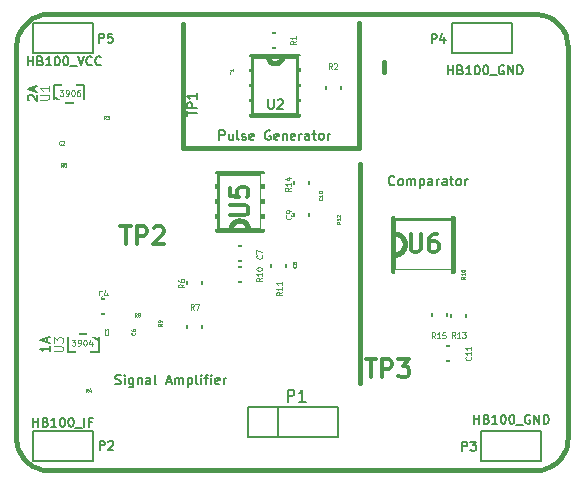
<source format=gto>
G04 (created by PCBNEW-RS274X (2012-apr-16-27)-stable) date Sun 18 May 2014 21:07:07 BST*
G01*
G70*
G90*
%MOIN*%
G04 Gerber Fmt 3.4, Leading zero omitted, Abs format*
%FSLAX34Y34*%
G04 APERTURE LIST*
%ADD10C,0.006000*%
%ADD11C,0.015000*%
%ADD12C,0.006700*%
%ADD13C,0.007100*%
%ADD14C,0.005000*%
%ADD15C,0.003900*%
%ADD16C,0.003000*%
%ADD17C,0.012000*%
%ADD18C,0.004500*%
%ADD19R,0.047600X0.059400*%
%ADD20R,0.035700X0.067200*%
%ADD21R,0.067200X0.043600*%
%ADD22R,0.067200X0.035700*%
%ADD23R,0.080000X0.080000*%
%ADD24C,0.080000*%
%ADD25R,0.045000X0.065000*%
%ADD26R,0.065000X0.045000*%
%ADD27C,0.098700*%
%ADD28R,0.153900X0.153900*%
%ADD29R,0.043600X0.035700*%
%ADD30R,0.031800X0.035700*%
%ADD31R,0.035700X0.031800*%
%ADD32R,0.075000X0.075000*%
%ADD33C,0.075000*%
%ADD34R,0.035700X0.043600*%
G04 APERTURE END LIST*
G54D10*
G54D11*
X82168Y-42655D02*
X81900Y-42655D01*
X83261Y-28521D02*
X83261Y-28569D01*
X81887Y-27447D02*
X82174Y-27447D01*
X83264Y-28544D02*
X83264Y-41565D01*
X81890Y-27448D02*
X65975Y-27448D01*
X81890Y-42655D02*
X65975Y-42655D01*
X64882Y-41562D02*
X64882Y-28551D01*
X65964Y-27447D02*
X65870Y-27452D01*
X65776Y-27464D01*
X65684Y-27484D01*
X65594Y-27513D01*
X65507Y-27549D01*
X65423Y-27593D01*
X65343Y-27643D01*
X65268Y-27701D01*
X65199Y-27765D01*
X65135Y-27834D01*
X65077Y-27909D01*
X65027Y-27989D01*
X64983Y-28073D01*
X64947Y-28160D01*
X64918Y-28250D01*
X64898Y-28342D01*
X64886Y-28436D01*
X64881Y-28530D01*
X83262Y-28531D02*
X83257Y-28437D01*
X83245Y-28343D01*
X83225Y-28251D01*
X83196Y-28161D01*
X83160Y-28074D01*
X83116Y-27990D01*
X83066Y-27910D01*
X83008Y-27835D01*
X82944Y-27766D01*
X82875Y-27702D01*
X82800Y-27644D01*
X82720Y-27594D01*
X82636Y-27550D01*
X82549Y-27514D01*
X82459Y-27485D01*
X82367Y-27465D01*
X82273Y-27453D01*
X82179Y-27448D01*
X82181Y-42655D02*
X82275Y-42650D01*
X82369Y-42638D01*
X82461Y-42618D01*
X82551Y-42589D01*
X82638Y-42553D01*
X82722Y-42509D01*
X82802Y-42459D01*
X82877Y-42401D01*
X82946Y-42337D01*
X83010Y-42268D01*
X83068Y-42193D01*
X83118Y-42113D01*
X83162Y-42029D01*
X83198Y-41942D01*
X83227Y-41852D01*
X83247Y-41760D01*
X83259Y-41666D01*
X83264Y-41572D01*
X64882Y-41572D02*
X64887Y-41666D01*
X64899Y-41760D01*
X64919Y-41852D01*
X64948Y-41942D01*
X64984Y-42029D01*
X65028Y-42113D01*
X65078Y-42193D01*
X65136Y-42268D01*
X65200Y-42337D01*
X65269Y-42401D01*
X65344Y-42459D01*
X65424Y-42509D01*
X65508Y-42553D01*
X65595Y-42589D01*
X65685Y-42618D01*
X65777Y-42638D01*
X65871Y-42650D01*
X65965Y-42655D01*
G54D12*
X68183Y-39777D02*
X68228Y-39792D01*
X68303Y-39792D01*
X68333Y-39777D01*
X68348Y-39762D01*
X68363Y-39732D01*
X68363Y-39702D01*
X68348Y-39672D01*
X68333Y-39657D01*
X68303Y-39642D01*
X68243Y-39627D01*
X68213Y-39612D01*
X68198Y-39597D01*
X68183Y-39567D01*
X68183Y-39537D01*
X68198Y-39507D01*
X68213Y-39492D01*
X68243Y-39477D01*
X68318Y-39477D01*
X68363Y-39492D01*
X68498Y-39792D02*
X68498Y-39582D01*
X68498Y-39477D02*
X68483Y-39492D01*
X68498Y-39507D01*
X68513Y-39492D01*
X68498Y-39477D01*
X68498Y-39507D01*
X68783Y-39582D02*
X68783Y-39837D01*
X68768Y-39867D01*
X68753Y-39882D01*
X68723Y-39897D01*
X68678Y-39897D01*
X68648Y-39882D01*
X68783Y-39777D02*
X68753Y-39792D01*
X68693Y-39792D01*
X68663Y-39777D01*
X68648Y-39762D01*
X68633Y-39732D01*
X68633Y-39642D01*
X68648Y-39612D01*
X68663Y-39597D01*
X68693Y-39582D01*
X68753Y-39582D01*
X68783Y-39597D01*
X68933Y-39582D02*
X68933Y-39792D01*
X68933Y-39612D02*
X68948Y-39597D01*
X68978Y-39582D01*
X69023Y-39582D01*
X69053Y-39597D01*
X69068Y-39627D01*
X69068Y-39792D01*
X69353Y-39792D02*
X69353Y-39627D01*
X69338Y-39597D01*
X69308Y-39582D01*
X69248Y-39582D01*
X69218Y-39597D01*
X69353Y-39777D02*
X69323Y-39792D01*
X69248Y-39792D01*
X69218Y-39777D01*
X69203Y-39747D01*
X69203Y-39717D01*
X69218Y-39687D01*
X69248Y-39672D01*
X69323Y-39672D01*
X69353Y-39657D01*
X69548Y-39792D02*
X69518Y-39777D01*
X69503Y-39747D01*
X69503Y-39477D01*
X69893Y-39702D02*
X70043Y-39702D01*
X69863Y-39792D02*
X69968Y-39477D01*
X70073Y-39792D01*
X70178Y-39792D02*
X70178Y-39582D01*
X70178Y-39612D02*
X70193Y-39597D01*
X70223Y-39582D01*
X70268Y-39582D01*
X70298Y-39597D01*
X70313Y-39627D01*
X70313Y-39792D01*
X70313Y-39627D02*
X70328Y-39597D01*
X70358Y-39582D01*
X70403Y-39582D01*
X70433Y-39597D01*
X70448Y-39627D01*
X70448Y-39792D01*
X70598Y-39582D02*
X70598Y-39897D01*
X70598Y-39597D02*
X70628Y-39582D01*
X70688Y-39582D01*
X70718Y-39597D01*
X70733Y-39612D01*
X70748Y-39642D01*
X70748Y-39732D01*
X70733Y-39762D01*
X70718Y-39777D01*
X70688Y-39792D01*
X70628Y-39792D01*
X70598Y-39777D01*
X70928Y-39792D02*
X70898Y-39777D01*
X70883Y-39747D01*
X70883Y-39477D01*
X71048Y-39792D02*
X71048Y-39582D01*
X71048Y-39477D02*
X71033Y-39492D01*
X71048Y-39507D01*
X71063Y-39492D01*
X71048Y-39477D01*
X71048Y-39507D01*
X71153Y-39582D02*
X71273Y-39582D01*
X71198Y-39792D02*
X71198Y-39522D01*
X71213Y-39492D01*
X71243Y-39477D01*
X71273Y-39477D01*
X71378Y-39792D02*
X71378Y-39582D01*
X71378Y-39477D02*
X71363Y-39492D01*
X71378Y-39507D01*
X71393Y-39492D01*
X71378Y-39477D01*
X71378Y-39507D01*
X71648Y-39777D02*
X71618Y-39792D01*
X71558Y-39792D01*
X71528Y-39777D01*
X71513Y-39747D01*
X71513Y-39627D01*
X71528Y-39597D01*
X71558Y-39582D01*
X71618Y-39582D01*
X71648Y-39597D01*
X71663Y-39627D01*
X71663Y-39657D01*
X71513Y-39687D01*
X71798Y-39792D02*
X71798Y-39582D01*
X71798Y-39642D02*
X71813Y-39612D01*
X71828Y-39597D01*
X71858Y-39582D01*
X71888Y-39582D01*
X71654Y-31643D02*
X71654Y-31328D01*
X71774Y-31328D01*
X71804Y-31343D01*
X71819Y-31358D01*
X71834Y-31388D01*
X71834Y-31433D01*
X71819Y-31463D01*
X71804Y-31478D01*
X71774Y-31493D01*
X71654Y-31493D01*
X72104Y-31433D02*
X72104Y-31643D01*
X71969Y-31433D02*
X71969Y-31598D01*
X71984Y-31628D01*
X72014Y-31643D01*
X72059Y-31643D01*
X72089Y-31628D01*
X72104Y-31613D01*
X72299Y-31643D02*
X72269Y-31628D01*
X72254Y-31598D01*
X72254Y-31328D01*
X72404Y-31628D02*
X72434Y-31643D01*
X72494Y-31643D01*
X72524Y-31628D01*
X72539Y-31598D01*
X72539Y-31583D01*
X72524Y-31553D01*
X72494Y-31538D01*
X72449Y-31538D01*
X72419Y-31523D01*
X72404Y-31493D01*
X72404Y-31478D01*
X72419Y-31448D01*
X72449Y-31433D01*
X72494Y-31433D01*
X72524Y-31448D01*
X72794Y-31628D02*
X72764Y-31643D01*
X72704Y-31643D01*
X72674Y-31628D01*
X72659Y-31598D01*
X72659Y-31478D01*
X72674Y-31448D01*
X72704Y-31433D01*
X72764Y-31433D01*
X72794Y-31448D01*
X72809Y-31478D01*
X72809Y-31508D01*
X72659Y-31538D01*
X73349Y-31343D02*
X73319Y-31328D01*
X73274Y-31328D01*
X73229Y-31343D01*
X73199Y-31373D01*
X73184Y-31403D01*
X73169Y-31463D01*
X73169Y-31508D01*
X73184Y-31568D01*
X73199Y-31598D01*
X73229Y-31628D01*
X73274Y-31643D01*
X73304Y-31643D01*
X73349Y-31628D01*
X73364Y-31613D01*
X73364Y-31508D01*
X73304Y-31508D01*
X73619Y-31628D02*
X73589Y-31643D01*
X73529Y-31643D01*
X73499Y-31628D01*
X73484Y-31598D01*
X73484Y-31478D01*
X73499Y-31448D01*
X73529Y-31433D01*
X73589Y-31433D01*
X73619Y-31448D01*
X73634Y-31478D01*
X73634Y-31508D01*
X73484Y-31538D01*
X73769Y-31433D02*
X73769Y-31643D01*
X73769Y-31463D02*
X73784Y-31448D01*
X73814Y-31433D01*
X73859Y-31433D01*
X73889Y-31448D01*
X73904Y-31478D01*
X73904Y-31643D01*
X74174Y-31628D02*
X74144Y-31643D01*
X74084Y-31643D01*
X74054Y-31628D01*
X74039Y-31598D01*
X74039Y-31478D01*
X74054Y-31448D01*
X74084Y-31433D01*
X74144Y-31433D01*
X74174Y-31448D01*
X74189Y-31478D01*
X74189Y-31508D01*
X74039Y-31538D01*
X74324Y-31643D02*
X74324Y-31433D01*
X74324Y-31493D02*
X74339Y-31463D01*
X74354Y-31448D01*
X74384Y-31433D01*
X74414Y-31433D01*
X74654Y-31643D02*
X74654Y-31478D01*
X74639Y-31448D01*
X74609Y-31433D01*
X74549Y-31433D01*
X74519Y-31448D01*
X74654Y-31628D02*
X74624Y-31643D01*
X74549Y-31643D01*
X74519Y-31628D01*
X74504Y-31598D01*
X74504Y-31568D01*
X74519Y-31538D01*
X74549Y-31523D01*
X74624Y-31523D01*
X74654Y-31508D01*
X74759Y-31433D02*
X74879Y-31433D01*
X74804Y-31328D02*
X74804Y-31598D01*
X74819Y-31628D01*
X74849Y-31643D01*
X74879Y-31643D01*
X75029Y-31643D02*
X74999Y-31628D01*
X74984Y-31613D01*
X74969Y-31583D01*
X74969Y-31493D01*
X74984Y-31463D01*
X74999Y-31448D01*
X75029Y-31433D01*
X75074Y-31433D01*
X75104Y-31448D01*
X75119Y-31463D01*
X75134Y-31493D01*
X75134Y-31583D01*
X75119Y-31613D01*
X75104Y-31628D01*
X75074Y-31643D01*
X75029Y-31643D01*
X75269Y-31643D02*
X75269Y-31433D01*
X75269Y-31493D02*
X75284Y-31463D01*
X75299Y-31448D01*
X75329Y-31433D01*
X75359Y-31433D01*
G54D13*
X77492Y-33128D02*
X77477Y-33143D01*
X77432Y-33158D01*
X77402Y-33158D01*
X77357Y-33143D01*
X77327Y-33113D01*
X77312Y-33083D01*
X77297Y-33023D01*
X77297Y-32978D01*
X77312Y-32918D01*
X77327Y-32888D01*
X77357Y-32858D01*
X77402Y-32843D01*
X77432Y-32843D01*
X77477Y-32858D01*
X77492Y-32873D01*
X77672Y-33158D02*
X77642Y-33143D01*
X77627Y-33128D01*
X77612Y-33098D01*
X77612Y-33008D01*
X77627Y-32978D01*
X77642Y-32963D01*
X77672Y-32948D01*
X77717Y-32948D01*
X77747Y-32963D01*
X77762Y-32978D01*
X77777Y-33008D01*
X77777Y-33098D01*
X77762Y-33128D01*
X77747Y-33143D01*
X77717Y-33158D01*
X77672Y-33158D01*
X77912Y-33158D02*
X77912Y-32948D01*
X77912Y-32978D02*
X77927Y-32963D01*
X77957Y-32948D01*
X78002Y-32948D01*
X78032Y-32963D01*
X78047Y-32993D01*
X78047Y-33158D01*
X78047Y-32993D02*
X78062Y-32963D01*
X78092Y-32948D01*
X78137Y-32948D01*
X78167Y-32963D01*
X78182Y-32993D01*
X78182Y-33158D01*
X78332Y-32948D02*
X78332Y-33263D01*
X78332Y-32963D02*
X78362Y-32948D01*
X78422Y-32948D01*
X78452Y-32963D01*
X78467Y-32978D01*
X78482Y-33008D01*
X78482Y-33098D01*
X78467Y-33128D01*
X78452Y-33143D01*
X78422Y-33158D01*
X78362Y-33158D01*
X78332Y-33143D01*
X78752Y-33158D02*
X78752Y-32993D01*
X78737Y-32963D01*
X78707Y-32948D01*
X78647Y-32948D01*
X78617Y-32963D01*
X78752Y-33143D02*
X78722Y-33158D01*
X78647Y-33158D01*
X78617Y-33143D01*
X78602Y-33113D01*
X78602Y-33083D01*
X78617Y-33053D01*
X78647Y-33038D01*
X78722Y-33038D01*
X78752Y-33023D01*
X78902Y-33158D02*
X78902Y-32948D01*
X78902Y-33008D02*
X78917Y-32978D01*
X78932Y-32963D01*
X78962Y-32948D01*
X78992Y-32948D01*
X79232Y-33158D02*
X79232Y-32993D01*
X79217Y-32963D01*
X79187Y-32948D01*
X79127Y-32948D01*
X79097Y-32963D01*
X79232Y-33143D02*
X79202Y-33158D01*
X79127Y-33158D01*
X79097Y-33143D01*
X79082Y-33113D01*
X79082Y-33083D01*
X79097Y-33053D01*
X79127Y-33038D01*
X79202Y-33038D01*
X79232Y-33023D01*
X79337Y-32948D02*
X79457Y-32948D01*
X79382Y-32843D02*
X79382Y-33113D01*
X79397Y-33143D01*
X79427Y-33158D01*
X79457Y-33158D01*
X79607Y-33158D02*
X79577Y-33143D01*
X79562Y-33128D01*
X79547Y-33098D01*
X79547Y-33008D01*
X79562Y-32978D01*
X79577Y-32963D01*
X79607Y-32948D01*
X79652Y-32948D01*
X79682Y-32963D01*
X79697Y-32978D01*
X79712Y-33008D01*
X79712Y-33098D01*
X79697Y-33128D01*
X79682Y-33143D01*
X79652Y-33158D01*
X79607Y-33158D01*
X79847Y-33158D02*
X79847Y-32948D01*
X79847Y-33008D02*
X79862Y-32978D01*
X79877Y-32963D01*
X79907Y-32948D01*
X79937Y-32948D01*
G54D11*
X76339Y-32461D02*
X76339Y-39744D01*
X70433Y-31929D02*
X70433Y-27776D01*
X76299Y-31929D02*
X70433Y-31929D01*
X76299Y-27756D02*
X76299Y-31929D01*
X77126Y-29370D02*
X77126Y-29055D01*
G54D12*
X65993Y-38510D02*
X65993Y-38690D01*
X65993Y-38600D02*
X65678Y-38600D01*
X65723Y-38630D01*
X65753Y-38660D01*
X65768Y-38690D01*
X65903Y-38390D02*
X65903Y-38240D01*
X65993Y-38420D02*
X65678Y-38315D01*
X65993Y-38210D01*
X65295Y-30323D02*
X65280Y-30308D01*
X65265Y-30278D01*
X65265Y-30203D01*
X65280Y-30173D01*
X65295Y-30158D01*
X65325Y-30143D01*
X65355Y-30143D01*
X65400Y-30158D01*
X65580Y-30338D01*
X65580Y-30143D01*
X65490Y-30023D02*
X65490Y-29873D01*
X65580Y-30053D02*
X65265Y-29948D01*
X65580Y-29843D01*
G54D14*
X67306Y-38125D02*
X67606Y-38325D01*
X66606Y-38125D02*
X67631Y-38125D01*
X67631Y-38125D02*
X67631Y-38725D01*
X67631Y-38725D02*
X66606Y-38725D01*
X66606Y-38725D02*
X66606Y-38125D01*
X66454Y-30398D02*
X66154Y-30198D01*
X67154Y-30398D02*
X66129Y-30398D01*
X66129Y-30398D02*
X66129Y-29798D01*
X66129Y-29798D02*
X67154Y-29798D01*
X67154Y-29798D02*
X67154Y-30398D01*
G54D11*
X77833Y-35118D02*
X77831Y-35088D01*
X77827Y-35057D01*
X77820Y-35027D01*
X77811Y-34997D01*
X77799Y-34969D01*
X77785Y-34942D01*
X77768Y-34915D01*
X77750Y-34891D01*
X77729Y-34868D01*
X77706Y-34847D01*
X77682Y-34829D01*
X77656Y-34812D01*
X77628Y-34798D01*
X77600Y-34786D01*
X77570Y-34777D01*
X77540Y-34770D01*
X77509Y-34766D01*
X77479Y-34764D01*
X77479Y-35473D02*
X77509Y-35471D01*
X77540Y-35467D01*
X77570Y-35460D01*
X77600Y-35451D01*
X77629Y-35439D01*
X77656Y-35425D01*
X77682Y-35408D01*
X77707Y-35389D01*
X77730Y-35369D01*
X77750Y-35346D01*
X77769Y-35321D01*
X77786Y-35295D01*
X77800Y-35268D01*
X77812Y-35239D01*
X77821Y-35209D01*
X77828Y-35179D01*
X77832Y-35148D01*
X77834Y-35118D01*
X77440Y-34232D02*
X77440Y-36004D01*
X77440Y-36004D02*
X79448Y-36004D01*
X79448Y-36004D02*
X79448Y-34232D01*
X79448Y-34232D02*
X77440Y-34232D01*
X73485Y-29093D02*
X73504Y-29093D01*
X73525Y-29093D01*
X73545Y-29090D01*
X73565Y-29085D01*
X73585Y-29079D01*
X73604Y-29071D01*
X73622Y-29061D01*
X73640Y-29050D01*
X73656Y-29038D01*
X73671Y-29024D01*
X73685Y-29009D01*
X73697Y-28992D01*
X73708Y-28975D01*
X73718Y-28956D01*
X73726Y-28937D01*
X73732Y-28918D01*
X73736Y-28898D01*
X73739Y-28877D01*
X73287Y-28878D02*
X73288Y-28896D01*
X73291Y-28915D01*
X73295Y-28934D01*
X73301Y-28952D01*
X73308Y-28969D01*
X73317Y-28986D01*
X73327Y-29002D01*
X73338Y-29017D01*
X73351Y-29031D01*
X73365Y-29044D01*
X73380Y-29055D01*
X73396Y-29065D01*
X73413Y-29074D01*
X73430Y-29081D01*
X73448Y-29087D01*
X73467Y-29091D01*
X73486Y-29094D01*
X73504Y-29095D01*
X74291Y-28839D02*
X72717Y-28839D01*
X72717Y-28839D02*
X72717Y-30807D01*
X72717Y-30807D02*
X74291Y-30807D01*
X74291Y-30807D02*
X74291Y-28839D01*
X74291Y-28839D02*
X74272Y-28858D01*
X72322Y-34330D02*
X72297Y-34332D01*
X72271Y-34335D01*
X72246Y-34341D01*
X72222Y-34348D01*
X72198Y-34358D01*
X72175Y-34370D01*
X72153Y-34384D01*
X72133Y-34400D01*
X72114Y-34417D01*
X72097Y-34436D01*
X72081Y-34456D01*
X72067Y-34478D01*
X72055Y-34501D01*
X72045Y-34525D01*
X72038Y-34549D01*
X72032Y-34574D01*
X72029Y-34600D01*
X72027Y-34625D01*
X72598Y-34606D02*
X72596Y-34582D01*
X72593Y-34559D01*
X72588Y-34535D01*
X72581Y-34512D01*
X72572Y-34490D01*
X72561Y-34469D01*
X72548Y-34448D01*
X72533Y-34429D01*
X72517Y-34411D01*
X72499Y-34395D01*
X72480Y-34380D01*
X72460Y-34367D01*
X72438Y-34356D01*
X72416Y-34347D01*
X72393Y-34340D01*
X72369Y-34335D01*
X72346Y-34332D01*
X72322Y-34330D01*
X71574Y-34645D02*
X73070Y-34645D01*
X73070Y-34645D02*
X73070Y-32755D01*
X73070Y-32755D02*
X71574Y-32755D01*
X71574Y-32755D02*
X71574Y-34645D01*
G54D10*
X79412Y-28760D02*
X79412Y-27760D01*
X79412Y-27760D02*
X81412Y-27760D01*
X81412Y-27760D02*
X81412Y-28760D01*
X81412Y-28760D02*
X79412Y-28760D01*
X65432Y-28760D02*
X65432Y-27760D01*
X65432Y-27760D02*
X67432Y-27760D01*
X67432Y-27760D02*
X67432Y-28760D01*
X67432Y-28760D02*
X65432Y-28760D01*
G54D14*
X67326Y-36935D02*
X68226Y-36935D01*
X68226Y-36935D02*
X68226Y-37435D01*
X68226Y-37435D02*
X67326Y-37435D01*
X67326Y-37435D02*
X67326Y-36935D01*
X72804Y-35682D02*
X71904Y-35682D01*
X71904Y-35682D02*
X71904Y-35182D01*
X71904Y-35182D02*
X72804Y-35182D01*
X72804Y-35182D02*
X72804Y-35682D01*
X74159Y-34603D02*
X74159Y-33703D01*
X74159Y-33703D02*
X74659Y-33703D01*
X74659Y-33703D02*
X74659Y-34603D01*
X74659Y-34603D02*
X74159Y-34603D01*
X78841Y-38510D02*
X79741Y-38510D01*
X79741Y-38510D02*
X79741Y-39010D01*
X79741Y-39010D02*
X78841Y-39010D01*
X78841Y-39010D02*
X78841Y-38510D01*
X73915Y-28596D02*
X73015Y-28596D01*
X73015Y-28596D02*
X73015Y-28096D01*
X73015Y-28096D02*
X73915Y-28096D01*
X73915Y-28096D02*
X73915Y-28596D01*
X75703Y-29452D02*
X75703Y-30352D01*
X75703Y-30352D02*
X75203Y-30352D01*
X75203Y-30352D02*
X75203Y-29452D01*
X75203Y-29452D02*
X75703Y-29452D01*
X71077Y-35967D02*
X71077Y-36867D01*
X71077Y-36867D02*
X70577Y-36867D01*
X70577Y-36867D02*
X70577Y-35967D01*
X70577Y-35967D02*
X71077Y-35967D01*
X71077Y-37424D02*
X71077Y-38324D01*
X71077Y-38324D02*
X70577Y-38324D01*
X70577Y-38324D02*
X70577Y-37424D01*
X70577Y-37424D02*
X71077Y-37424D01*
X71904Y-35882D02*
X72804Y-35882D01*
X72804Y-35882D02*
X72804Y-36382D01*
X72804Y-36382D02*
X71904Y-36382D01*
X71904Y-36382D02*
X71904Y-35882D01*
X73892Y-35396D02*
X73892Y-36296D01*
X73892Y-36296D02*
X73392Y-36296D01*
X73392Y-36296D02*
X73392Y-35396D01*
X73392Y-35396D02*
X73892Y-35396D01*
X79375Y-37950D02*
X79375Y-37050D01*
X79375Y-37050D02*
X79875Y-37050D01*
X79875Y-37050D02*
X79875Y-37950D01*
X79875Y-37950D02*
X79375Y-37950D01*
X74159Y-33541D02*
X74159Y-32641D01*
X74159Y-32641D02*
X74659Y-32641D01*
X74659Y-32641D02*
X74659Y-33541D01*
X74659Y-33541D02*
X74159Y-33541D01*
X79226Y-37030D02*
X79226Y-37930D01*
X79226Y-37930D02*
X78726Y-37930D01*
X78726Y-37930D02*
X78726Y-37030D01*
X78726Y-37030D02*
X79226Y-37030D01*
G54D10*
X72622Y-41560D02*
X72622Y-40560D01*
X72622Y-40560D02*
X75622Y-40560D01*
X75622Y-40560D02*
X75622Y-41560D01*
X75622Y-41560D02*
X72622Y-41560D01*
X73622Y-40560D02*
X73622Y-41560D01*
X65432Y-42340D02*
X65432Y-41340D01*
X65432Y-41340D02*
X67432Y-41340D01*
X67432Y-41340D02*
X67432Y-42340D01*
X67432Y-42340D02*
X65432Y-42340D01*
X80392Y-42350D02*
X80392Y-41350D01*
X80392Y-41350D02*
X82392Y-41350D01*
X82392Y-41350D02*
X82392Y-42350D01*
X82392Y-42350D02*
X80392Y-42350D01*
G54D14*
X71622Y-29470D02*
X71622Y-29670D01*
X71622Y-29670D02*
X71922Y-29670D01*
X71922Y-29670D02*
X71922Y-29470D01*
X71622Y-29270D02*
X71622Y-29070D01*
X71622Y-29070D02*
X71922Y-29070D01*
X71922Y-29070D02*
X71922Y-29270D01*
G54D15*
X66644Y-31575D02*
X66644Y-31339D01*
X66644Y-31339D02*
X66457Y-31339D01*
X66457Y-31575D02*
X66644Y-31575D01*
X66329Y-31575D02*
X66152Y-31575D01*
X66152Y-31575D02*
X66152Y-31339D01*
X66339Y-31339D02*
X66152Y-31339D01*
X68091Y-38297D02*
X68327Y-38297D01*
X68327Y-38297D02*
X68327Y-38110D01*
X68091Y-38110D02*
X68091Y-38297D01*
X68091Y-37982D02*
X68091Y-37805D01*
X68091Y-37805D02*
X68327Y-37805D01*
X68327Y-37992D02*
X68327Y-37805D01*
X68976Y-38297D02*
X69212Y-38297D01*
X69212Y-38297D02*
X69212Y-38110D01*
X68976Y-38110D02*
X68976Y-38297D01*
X68976Y-37982D02*
X68976Y-37805D01*
X68976Y-37805D02*
X69212Y-37805D01*
X69212Y-37992D02*
X69212Y-37805D01*
G54D14*
X74619Y-35707D02*
X74619Y-35507D01*
X74619Y-35507D02*
X74319Y-35507D01*
X74319Y-35507D02*
X74319Y-35707D01*
X74619Y-35907D02*
X74619Y-36107D01*
X74619Y-36107D02*
X74319Y-36107D01*
X74319Y-36107D02*
X74319Y-35907D01*
X75185Y-33624D02*
X75185Y-33824D01*
X75185Y-33824D02*
X75485Y-33824D01*
X75485Y-33824D02*
X75485Y-33624D01*
X75185Y-33424D02*
X75185Y-33224D01*
X75185Y-33224D02*
X75485Y-33224D01*
X75485Y-33224D02*
X75485Y-33424D01*
X67794Y-30460D02*
X67594Y-30460D01*
X67594Y-30460D02*
X67594Y-30760D01*
X67594Y-30760D02*
X67794Y-30760D01*
X67994Y-30460D02*
X68194Y-30460D01*
X68194Y-30460D02*
X68194Y-30760D01*
X68194Y-30760D02*
X67994Y-30760D01*
X67183Y-39555D02*
X66983Y-39555D01*
X66983Y-39555D02*
X66983Y-39855D01*
X66983Y-39855D02*
X67183Y-39855D01*
X67383Y-39555D02*
X67583Y-39555D01*
X67583Y-39555D02*
X67583Y-39855D01*
X67583Y-39855D02*
X67383Y-39855D01*
X66357Y-32035D02*
X66157Y-32035D01*
X66157Y-32035D02*
X66157Y-32335D01*
X66157Y-32335D02*
X66357Y-32335D01*
X66557Y-32035D02*
X66757Y-32035D01*
X66757Y-32035D02*
X66757Y-32335D01*
X66757Y-32335D02*
X66557Y-32335D01*
X68817Y-37035D02*
X68617Y-37035D01*
X68617Y-37035D02*
X68617Y-37335D01*
X68617Y-37335D02*
X68817Y-37335D01*
X69017Y-37035D02*
X69217Y-37035D01*
X69217Y-37035D02*
X69217Y-37335D01*
X69217Y-37335D02*
X69017Y-37335D01*
X70130Y-37656D02*
X70130Y-37456D01*
X70130Y-37456D02*
X69830Y-37456D01*
X69830Y-37456D02*
X69830Y-37656D01*
X70130Y-37856D02*
X70130Y-38056D01*
X70130Y-38056D02*
X69830Y-38056D01*
X69830Y-38056D02*
X69830Y-37856D01*
X75185Y-34391D02*
X75185Y-34591D01*
X75185Y-34591D02*
X75485Y-34591D01*
X75485Y-34591D02*
X75485Y-34391D01*
X75185Y-34191D02*
X75185Y-33991D01*
X75185Y-33991D02*
X75485Y-33991D01*
X75485Y-33991D02*
X75485Y-34191D01*
X80229Y-36022D02*
X80229Y-35822D01*
X80229Y-35822D02*
X79929Y-35822D01*
X79929Y-35822D02*
X79929Y-36022D01*
X80229Y-36222D02*
X80229Y-36422D01*
X80229Y-36422D02*
X79929Y-36422D01*
X79929Y-36422D02*
X79929Y-36222D01*
G54D10*
X79642Y-27990D02*
X79642Y-28530D01*
X80182Y-28530D01*
X80182Y-27990D01*
X79642Y-27990D01*
X81182Y-28260D02*
X81176Y-28312D01*
X81161Y-28362D01*
X81136Y-28409D01*
X81103Y-28450D01*
X81062Y-28483D01*
X81016Y-28508D01*
X80966Y-28524D01*
X80913Y-28529D01*
X80862Y-28525D01*
X80811Y-28510D01*
X80765Y-28485D01*
X80724Y-28452D01*
X80690Y-28412D01*
X80664Y-28366D01*
X80648Y-28316D01*
X80643Y-28263D01*
X80647Y-28212D01*
X80661Y-28161D01*
X80686Y-28114D01*
X80718Y-28073D01*
X80758Y-28039D01*
X80804Y-28013D01*
X80855Y-27997D01*
X80907Y-27991D01*
X80958Y-27995D01*
X81009Y-28009D01*
X81056Y-28033D01*
X81098Y-28065D01*
X81132Y-28105D01*
X81158Y-28151D01*
X81175Y-28201D01*
X81181Y-28253D01*
X81182Y-28260D01*
X65662Y-27990D02*
X65662Y-28530D01*
X66202Y-28530D01*
X66202Y-27990D01*
X65662Y-27990D01*
X67202Y-28260D02*
X67196Y-28312D01*
X67181Y-28362D01*
X67156Y-28409D01*
X67123Y-28450D01*
X67082Y-28483D01*
X67036Y-28508D01*
X66986Y-28524D01*
X66933Y-28529D01*
X66882Y-28525D01*
X66831Y-28510D01*
X66785Y-28485D01*
X66744Y-28452D01*
X66710Y-28412D01*
X66684Y-28366D01*
X66668Y-28316D01*
X66663Y-28263D01*
X66667Y-28212D01*
X66681Y-28161D01*
X66706Y-28114D01*
X66738Y-28073D01*
X66778Y-28039D01*
X66824Y-28013D01*
X66875Y-27997D01*
X66927Y-27991D01*
X66978Y-27995D01*
X67029Y-28009D01*
X67076Y-28033D01*
X67118Y-28065D01*
X67152Y-28105D01*
X67178Y-28151D01*
X67195Y-28201D01*
X67201Y-28253D01*
X67202Y-28260D01*
X71800Y-30453D02*
X71793Y-30523D01*
X71772Y-30591D01*
X71739Y-30653D01*
X71694Y-30708D01*
X71639Y-30753D01*
X71577Y-30787D01*
X71509Y-30808D01*
X71439Y-30815D01*
X71369Y-30809D01*
X71302Y-30789D01*
X71239Y-30756D01*
X71184Y-30712D01*
X71138Y-30658D01*
X71104Y-30596D01*
X71082Y-30528D01*
X71075Y-30458D01*
X71080Y-30388D01*
X71100Y-30320D01*
X71132Y-30257D01*
X71176Y-30201D01*
X71230Y-30155D01*
X71292Y-30121D01*
X71360Y-30099D01*
X71430Y-30091D01*
X71500Y-30096D01*
X71568Y-30115D01*
X71631Y-30147D01*
X71687Y-30191D01*
X71733Y-30244D01*
X71768Y-30306D01*
X71790Y-30373D01*
X71799Y-30443D01*
X71800Y-30453D01*
X69457Y-35709D02*
X69450Y-35779D01*
X69429Y-35847D01*
X69396Y-35909D01*
X69351Y-35964D01*
X69296Y-36009D01*
X69234Y-36043D01*
X69166Y-36064D01*
X69096Y-36071D01*
X69026Y-36065D01*
X68959Y-36045D01*
X68896Y-36012D01*
X68841Y-35968D01*
X68795Y-35914D01*
X68761Y-35852D01*
X68739Y-35784D01*
X68732Y-35714D01*
X68737Y-35644D01*
X68757Y-35576D01*
X68789Y-35513D01*
X68833Y-35457D01*
X68887Y-35411D01*
X68949Y-35377D01*
X69017Y-35355D01*
X69087Y-35347D01*
X69157Y-35352D01*
X69225Y-35371D01*
X69288Y-35403D01*
X69344Y-35447D01*
X69390Y-35500D01*
X69425Y-35562D01*
X69447Y-35629D01*
X69456Y-35699D01*
X69457Y-35709D01*
X77666Y-38229D02*
X77659Y-38299D01*
X77638Y-38367D01*
X77605Y-38429D01*
X77560Y-38484D01*
X77505Y-38529D01*
X77443Y-38563D01*
X77375Y-38584D01*
X77305Y-38591D01*
X77235Y-38585D01*
X77168Y-38565D01*
X77105Y-38532D01*
X77050Y-38488D01*
X77004Y-38434D01*
X76970Y-38372D01*
X76948Y-38304D01*
X76941Y-38234D01*
X76946Y-38164D01*
X76966Y-38096D01*
X76998Y-38033D01*
X77042Y-37977D01*
X77096Y-37931D01*
X77158Y-37897D01*
X77226Y-37875D01*
X77296Y-37867D01*
X77366Y-37872D01*
X77434Y-37891D01*
X77497Y-37923D01*
X77553Y-37967D01*
X77599Y-38020D01*
X77634Y-38082D01*
X77656Y-38149D01*
X77665Y-38219D01*
X77666Y-38229D01*
X72852Y-40790D02*
X72852Y-41330D01*
X73392Y-41330D01*
X73392Y-40790D01*
X72852Y-40790D01*
X74392Y-41060D02*
X74386Y-41112D01*
X74371Y-41162D01*
X74346Y-41209D01*
X74313Y-41250D01*
X74272Y-41283D01*
X74226Y-41308D01*
X74176Y-41324D01*
X74123Y-41329D01*
X74072Y-41325D01*
X74021Y-41310D01*
X73975Y-41285D01*
X73934Y-41252D01*
X73900Y-41212D01*
X73874Y-41166D01*
X73858Y-41116D01*
X73853Y-41063D01*
X73857Y-41012D01*
X73871Y-40961D01*
X73896Y-40914D01*
X73928Y-40873D01*
X73968Y-40839D01*
X74014Y-40813D01*
X74065Y-40797D01*
X74117Y-40791D01*
X74168Y-40795D01*
X74219Y-40809D01*
X74266Y-40833D01*
X74308Y-40865D01*
X74342Y-40905D01*
X74368Y-40951D01*
X74385Y-41001D01*
X74391Y-41053D01*
X74392Y-41060D01*
X75392Y-41060D02*
X75386Y-41112D01*
X75371Y-41162D01*
X75346Y-41209D01*
X75313Y-41250D01*
X75272Y-41283D01*
X75226Y-41308D01*
X75176Y-41324D01*
X75123Y-41329D01*
X75072Y-41325D01*
X75021Y-41310D01*
X74975Y-41285D01*
X74934Y-41252D01*
X74900Y-41212D01*
X74874Y-41166D01*
X74858Y-41116D01*
X74853Y-41063D01*
X74857Y-41012D01*
X74871Y-40961D01*
X74896Y-40914D01*
X74928Y-40873D01*
X74968Y-40839D01*
X75014Y-40813D01*
X75065Y-40797D01*
X75117Y-40791D01*
X75168Y-40795D01*
X75219Y-40809D01*
X75266Y-40833D01*
X75308Y-40865D01*
X75342Y-40905D01*
X75368Y-40951D01*
X75385Y-41001D01*
X75391Y-41053D01*
X75392Y-41060D01*
X65662Y-41570D02*
X65662Y-42110D01*
X66202Y-42110D01*
X66202Y-41570D01*
X65662Y-41570D01*
X67202Y-41840D02*
X67196Y-41892D01*
X67181Y-41942D01*
X67156Y-41989D01*
X67123Y-42030D01*
X67082Y-42063D01*
X67036Y-42088D01*
X66986Y-42104D01*
X66933Y-42109D01*
X66882Y-42105D01*
X66831Y-42090D01*
X66785Y-42065D01*
X66744Y-42032D01*
X66710Y-41992D01*
X66684Y-41946D01*
X66668Y-41896D01*
X66663Y-41843D01*
X66667Y-41792D01*
X66681Y-41741D01*
X66706Y-41694D01*
X66738Y-41653D01*
X66778Y-41619D01*
X66824Y-41593D01*
X66875Y-41577D01*
X66927Y-41571D01*
X66978Y-41575D01*
X67029Y-41589D01*
X67076Y-41613D01*
X67118Y-41645D01*
X67152Y-41685D01*
X67178Y-41731D01*
X67195Y-41781D01*
X67201Y-41833D01*
X67202Y-41840D01*
X80622Y-41580D02*
X80622Y-42120D01*
X81162Y-42120D01*
X81162Y-41580D01*
X80622Y-41580D01*
X82162Y-41850D02*
X82156Y-41902D01*
X82141Y-41952D01*
X82116Y-41999D01*
X82083Y-42040D01*
X82042Y-42073D01*
X81996Y-42098D01*
X81946Y-42114D01*
X81893Y-42119D01*
X81842Y-42115D01*
X81791Y-42100D01*
X81745Y-42075D01*
X81704Y-42042D01*
X81670Y-42002D01*
X81644Y-41956D01*
X81628Y-41906D01*
X81623Y-41853D01*
X81627Y-41802D01*
X81641Y-41751D01*
X81666Y-41704D01*
X81698Y-41663D01*
X81738Y-41629D01*
X81784Y-41603D01*
X81835Y-41587D01*
X81887Y-41581D01*
X81938Y-41585D01*
X81989Y-41599D01*
X82036Y-41623D01*
X82078Y-41655D01*
X82112Y-41695D01*
X82138Y-41741D01*
X82155Y-41791D01*
X82161Y-41843D01*
X82162Y-41850D01*
X80673Y-34281D02*
X80673Y-35559D01*
X81951Y-35559D01*
X81951Y-34281D01*
X80673Y-34281D01*
X66173Y-34281D02*
X66173Y-35559D01*
X67451Y-35559D01*
X67451Y-34281D01*
X66173Y-34281D01*
G54D16*
X66140Y-38693D02*
X66383Y-38693D01*
X66412Y-38678D01*
X66426Y-38664D01*
X66440Y-38635D01*
X66440Y-38578D01*
X66426Y-38550D01*
X66412Y-38535D01*
X66383Y-38521D01*
X66140Y-38521D01*
X66140Y-38407D02*
X66140Y-38221D01*
X66255Y-38321D01*
X66255Y-38279D01*
X66269Y-38250D01*
X66283Y-38236D01*
X66312Y-38221D01*
X66383Y-38221D01*
X66412Y-38236D01*
X66426Y-38250D01*
X66440Y-38279D01*
X66440Y-38364D01*
X66426Y-38393D01*
X66412Y-38407D01*
X66733Y-38307D02*
X66855Y-38307D01*
X66789Y-38382D01*
X66818Y-38382D01*
X66836Y-38392D01*
X66846Y-38401D01*
X66855Y-38420D01*
X66855Y-38467D01*
X66846Y-38485D01*
X66836Y-38495D01*
X66818Y-38504D01*
X66761Y-38504D01*
X66743Y-38495D01*
X66733Y-38485D01*
X66949Y-38504D02*
X66987Y-38504D01*
X67006Y-38495D01*
X67015Y-38485D01*
X67034Y-38457D01*
X67043Y-38420D01*
X67043Y-38345D01*
X67034Y-38326D01*
X67024Y-38317D01*
X67006Y-38307D01*
X66968Y-38307D01*
X66949Y-38317D01*
X66940Y-38326D01*
X66931Y-38345D01*
X66931Y-38392D01*
X66940Y-38410D01*
X66949Y-38420D01*
X66968Y-38429D01*
X67006Y-38429D01*
X67024Y-38420D01*
X67034Y-38410D01*
X67043Y-38392D01*
X67165Y-38307D02*
X67184Y-38307D01*
X67203Y-38317D01*
X67212Y-38326D01*
X67222Y-38345D01*
X67231Y-38382D01*
X67231Y-38429D01*
X67222Y-38467D01*
X67212Y-38485D01*
X67203Y-38495D01*
X67184Y-38504D01*
X67165Y-38504D01*
X67147Y-38495D01*
X67137Y-38485D01*
X67128Y-38467D01*
X67119Y-38429D01*
X67119Y-38382D01*
X67128Y-38345D01*
X67137Y-38326D01*
X67147Y-38317D01*
X67165Y-38307D01*
X67400Y-38373D02*
X67400Y-38504D01*
X67353Y-38298D02*
X67307Y-38439D01*
X67428Y-38439D01*
X65675Y-30307D02*
X65918Y-30307D01*
X65947Y-30292D01*
X65961Y-30278D01*
X65975Y-30249D01*
X65975Y-30192D01*
X65961Y-30164D01*
X65947Y-30149D01*
X65918Y-30135D01*
X65675Y-30135D01*
X65975Y-29835D02*
X65975Y-30007D01*
X65975Y-29921D02*
X65675Y-29921D01*
X65718Y-29950D01*
X65747Y-29978D01*
X65761Y-30007D01*
X66331Y-29980D02*
X66453Y-29980D01*
X66387Y-30055D01*
X66416Y-30055D01*
X66434Y-30065D01*
X66444Y-30074D01*
X66453Y-30093D01*
X66453Y-30140D01*
X66444Y-30158D01*
X66434Y-30168D01*
X66416Y-30177D01*
X66359Y-30177D01*
X66341Y-30168D01*
X66331Y-30158D01*
X66547Y-30177D02*
X66585Y-30177D01*
X66604Y-30168D01*
X66613Y-30158D01*
X66632Y-30130D01*
X66641Y-30093D01*
X66641Y-30018D01*
X66632Y-29999D01*
X66622Y-29990D01*
X66604Y-29980D01*
X66566Y-29980D01*
X66547Y-29990D01*
X66538Y-29999D01*
X66529Y-30018D01*
X66529Y-30065D01*
X66538Y-30083D01*
X66547Y-30093D01*
X66566Y-30102D01*
X66604Y-30102D01*
X66622Y-30093D01*
X66632Y-30083D01*
X66641Y-30065D01*
X66763Y-29980D02*
X66782Y-29980D01*
X66801Y-29990D01*
X66810Y-29999D01*
X66820Y-30018D01*
X66829Y-30055D01*
X66829Y-30102D01*
X66820Y-30140D01*
X66810Y-30158D01*
X66801Y-30168D01*
X66782Y-30177D01*
X66763Y-30177D01*
X66745Y-30168D01*
X66735Y-30158D01*
X66726Y-30140D01*
X66717Y-30102D01*
X66717Y-30055D01*
X66726Y-30018D01*
X66735Y-29999D01*
X66745Y-29990D01*
X66763Y-29980D01*
X66998Y-29980D02*
X66961Y-29980D01*
X66942Y-29990D01*
X66933Y-29999D01*
X66914Y-30027D01*
X66905Y-30065D01*
X66905Y-30140D01*
X66914Y-30158D01*
X66923Y-30168D01*
X66942Y-30177D01*
X66980Y-30177D01*
X66998Y-30168D01*
X67008Y-30158D01*
X67017Y-30140D01*
X67017Y-30093D01*
X67008Y-30074D01*
X66998Y-30065D01*
X66980Y-30055D01*
X66942Y-30055D01*
X66923Y-30065D01*
X66914Y-30074D01*
X66905Y-30093D01*
G54D17*
X78027Y-34781D02*
X78027Y-35267D01*
X78055Y-35324D01*
X78084Y-35352D01*
X78141Y-35381D01*
X78255Y-35381D01*
X78313Y-35352D01*
X78341Y-35324D01*
X78370Y-35267D01*
X78370Y-34781D01*
X78913Y-34781D02*
X78799Y-34781D01*
X78742Y-34809D01*
X78713Y-34838D01*
X78656Y-34924D01*
X78627Y-35038D01*
X78627Y-35267D01*
X78656Y-35324D01*
X78684Y-35352D01*
X78742Y-35381D01*
X78856Y-35381D01*
X78913Y-35352D01*
X78942Y-35324D01*
X78970Y-35267D01*
X78970Y-35124D01*
X78942Y-35067D01*
X78913Y-35038D01*
X78856Y-35009D01*
X78742Y-35009D01*
X78684Y-35038D01*
X78656Y-35067D01*
X78627Y-35124D01*
G54D12*
X73284Y-30284D02*
X73284Y-30539D01*
X73299Y-30569D01*
X73314Y-30584D01*
X73344Y-30599D01*
X73404Y-30599D01*
X73434Y-30584D01*
X73449Y-30569D01*
X73464Y-30539D01*
X73464Y-30284D01*
X73599Y-30314D02*
X73614Y-30299D01*
X73644Y-30284D01*
X73719Y-30284D01*
X73749Y-30299D01*
X73764Y-30314D01*
X73779Y-30344D01*
X73779Y-30374D01*
X73764Y-30419D01*
X73584Y-30599D01*
X73779Y-30599D01*
G54D17*
X72025Y-34158D02*
X72511Y-34158D01*
X72568Y-34130D01*
X72596Y-34101D01*
X72625Y-34044D01*
X72625Y-33930D01*
X72596Y-33872D01*
X72568Y-33844D01*
X72511Y-33815D01*
X72025Y-33815D01*
X72025Y-33243D02*
X72025Y-33529D01*
X72311Y-33558D01*
X72282Y-33529D01*
X72253Y-33472D01*
X72253Y-33329D01*
X72282Y-33272D01*
X72311Y-33243D01*
X72368Y-33215D01*
X72511Y-33215D01*
X72568Y-33243D01*
X72596Y-33272D01*
X72625Y-33329D01*
X72625Y-33472D01*
X72596Y-33529D01*
X72568Y-33558D01*
G54D10*
X78730Y-28411D02*
X78730Y-28111D01*
X78845Y-28111D01*
X78873Y-28126D01*
X78888Y-28140D01*
X78902Y-28169D01*
X78902Y-28211D01*
X78888Y-28240D01*
X78873Y-28254D01*
X78845Y-28269D01*
X78730Y-28269D01*
X79159Y-28211D02*
X79159Y-28411D01*
X79088Y-28097D02*
X79016Y-28311D01*
X79202Y-28311D01*
X79276Y-29461D02*
X79276Y-29161D01*
X79276Y-29304D02*
X79448Y-29304D01*
X79448Y-29461D02*
X79448Y-29161D01*
X79690Y-29304D02*
X79733Y-29319D01*
X79748Y-29333D01*
X79762Y-29361D01*
X79762Y-29404D01*
X79748Y-29433D01*
X79733Y-29447D01*
X79705Y-29461D01*
X79590Y-29461D01*
X79590Y-29161D01*
X79690Y-29161D01*
X79719Y-29176D01*
X79733Y-29190D01*
X79748Y-29219D01*
X79748Y-29247D01*
X79733Y-29276D01*
X79719Y-29290D01*
X79690Y-29304D01*
X79590Y-29304D01*
X80048Y-29461D02*
X79876Y-29461D01*
X79962Y-29461D02*
X79962Y-29161D01*
X79933Y-29204D01*
X79905Y-29233D01*
X79876Y-29247D01*
X80234Y-29161D02*
X80262Y-29161D01*
X80291Y-29176D01*
X80305Y-29190D01*
X80319Y-29219D01*
X80334Y-29276D01*
X80334Y-29347D01*
X80319Y-29404D01*
X80305Y-29433D01*
X80291Y-29447D01*
X80262Y-29461D01*
X80234Y-29461D01*
X80205Y-29447D01*
X80191Y-29433D01*
X80176Y-29404D01*
X80162Y-29347D01*
X80162Y-29276D01*
X80176Y-29219D01*
X80191Y-29190D01*
X80205Y-29176D01*
X80234Y-29161D01*
X80520Y-29161D02*
X80548Y-29161D01*
X80577Y-29176D01*
X80591Y-29190D01*
X80605Y-29219D01*
X80620Y-29276D01*
X80620Y-29347D01*
X80605Y-29404D01*
X80591Y-29433D01*
X80577Y-29447D01*
X80548Y-29461D01*
X80520Y-29461D01*
X80491Y-29447D01*
X80477Y-29433D01*
X80462Y-29404D01*
X80448Y-29347D01*
X80448Y-29276D01*
X80462Y-29219D01*
X80477Y-29190D01*
X80491Y-29176D01*
X80520Y-29161D01*
X80677Y-29490D02*
X80906Y-29490D01*
X81135Y-29176D02*
X81106Y-29161D01*
X81063Y-29161D01*
X81020Y-29176D01*
X80992Y-29204D01*
X80977Y-29233D01*
X80963Y-29290D01*
X80963Y-29333D01*
X80977Y-29390D01*
X80992Y-29419D01*
X81020Y-29447D01*
X81063Y-29461D01*
X81092Y-29461D01*
X81135Y-29447D01*
X81149Y-29433D01*
X81149Y-29333D01*
X81092Y-29333D01*
X81277Y-29461D02*
X81277Y-29161D01*
X81449Y-29461D01*
X81449Y-29161D01*
X81591Y-29461D02*
X81591Y-29161D01*
X81663Y-29161D01*
X81706Y-29176D01*
X81734Y-29204D01*
X81749Y-29233D01*
X81763Y-29290D01*
X81763Y-29333D01*
X81749Y-29390D01*
X81734Y-29419D01*
X81706Y-29447D01*
X81663Y-29461D01*
X81591Y-29461D01*
X67640Y-28401D02*
X67640Y-28101D01*
X67755Y-28101D01*
X67783Y-28116D01*
X67798Y-28130D01*
X67812Y-28159D01*
X67812Y-28201D01*
X67798Y-28230D01*
X67783Y-28244D01*
X67755Y-28259D01*
X67640Y-28259D01*
X68083Y-28101D02*
X67940Y-28101D01*
X67926Y-28244D01*
X67940Y-28230D01*
X67969Y-28216D01*
X68040Y-28216D01*
X68069Y-28230D01*
X68083Y-28244D01*
X68098Y-28273D01*
X68098Y-28344D01*
X68083Y-28373D01*
X68069Y-28387D01*
X68040Y-28401D01*
X67969Y-28401D01*
X67940Y-28387D01*
X67926Y-28373D01*
X65274Y-29161D02*
X65274Y-28861D01*
X65274Y-29004D02*
X65446Y-29004D01*
X65446Y-29161D02*
X65446Y-28861D01*
X65688Y-29004D02*
X65731Y-29019D01*
X65746Y-29033D01*
X65760Y-29061D01*
X65760Y-29104D01*
X65746Y-29133D01*
X65731Y-29147D01*
X65703Y-29161D01*
X65588Y-29161D01*
X65588Y-28861D01*
X65688Y-28861D01*
X65717Y-28876D01*
X65731Y-28890D01*
X65746Y-28919D01*
X65746Y-28947D01*
X65731Y-28976D01*
X65717Y-28990D01*
X65688Y-29004D01*
X65588Y-29004D01*
X66046Y-29161D02*
X65874Y-29161D01*
X65960Y-29161D02*
X65960Y-28861D01*
X65931Y-28904D01*
X65903Y-28933D01*
X65874Y-28947D01*
X66232Y-28861D02*
X66260Y-28861D01*
X66289Y-28876D01*
X66303Y-28890D01*
X66317Y-28919D01*
X66332Y-28976D01*
X66332Y-29047D01*
X66317Y-29104D01*
X66303Y-29133D01*
X66289Y-29147D01*
X66260Y-29161D01*
X66232Y-29161D01*
X66203Y-29147D01*
X66189Y-29133D01*
X66174Y-29104D01*
X66160Y-29047D01*
X66160Y-28976D01*
X66174Y-28919D01*
X66189Y-28890D01*
X66203Y-28876D01*
X66232Y-28861D01*
X66518Y-28861D02*
X66546Y-28861D01*
X66575Y-28876D01*
X66589Y-28890D01*
X66603Y-28919D01*
X66618Y-28976D01*
X66618Y-29047D01*
X66603Y-29104D01*
X66589Y-29133D01*
X66575Y-29147D01*
X66546Y-29161D01*
X66518Y-29161D01*
X66489Y-29147D01*
X66475Y-29133D01*
X66460Y-29104D01*
X66446Y-29047D01*
X66446Y-28976D01*
X66460Y-28919D01*
X66475Y-28890D01*
X66489Y-28876D01*
X66518Y-28861D01*
X66675Y-29190D02*
X66904Y-29190D01*
X66933Y-28861D02*
X67033Y-29161D01*
X67133Y-28861D01*
X67404Y-29133D02*
X67390Y-29147D01*
X67347Y-29161D01*
X67318Y-29161D01*
X67275Y-29147D01*
X67247Y-29119D01*
X67232Y-29090D01*
X67218Y-29033D01*
X67218Y-28990D01*
X67232Y-28933D01*
X67247Y-28904D01*
X67275Y-28876D01*
X67318Y-28861D01*
X67347Y-28861D01*
X67390Y-28876D01*
X67404Y-28890D01*
X67704Y-29133D02*
X67690Y-29147D01*
X67647Y-29161D01*
X67618Y-29161D01*
X67575Y-29147D01*
X67547Y-29119D01*
X67532Y-29090D01*
X67518Y-29033D01*
X67518Y-28990D01*
X67532Y-28933D01*
X67547Y-28904D01*
X67575Y-28876D01*
X67618Y-28861D01*
X67647Y-28861D01*
X67690Y-28876D01*
X67704Y-28890D01*
G54D18*
X67747Y-36847D02*
X67738Y-36856D01*
X67712Y-36866D01*
X67695Y-36866D01*
X67670Y-36856D01*
X67652Y-36837D01*
X67644Y-36818D01*
X67635Y-36780D01*
X67635Y-36752D01*
X67644Y-36714D01*
X67652Y-36695D01*
X67670Y-36675D01*
X67695Y-36666D01*
X67712Y-36666D01*
X67738Y-36675D01*
X67747Y-36685D01*
X67901Y-36733D02*
X67901Y-36866D01*
X67858Y-36656D02*
X67815Y-36799D01*
X67927Y-36799D01*
X73066Y-35491D02*
X73075Y-35500D01*
X73085Y-35526D01*
X73085Y-35543D01*
X73075Y-35568D01*
X73056Y-35586D01*
X73037Y-35594D01*
X72999Y-35603D01*
X72971Y-35603D01*
X72933Y-35594D01*
X72914Y-35586D01*
X72894Y-35568D01*
X72885Y-35543D01*
X72885Y-35526D01*
X72894Y-35500D01*
X72904Y-35491D01*
X72885Y-35431D02*
X72885Y-35311D01*
X73085Y-35388D01*
X74041Y-34162D02*
X74050Y-34171D01*
X74060Y-34197D01*
X74060Y-34214D01*
X74050Y-34239D01*
X74031Y-34257D01*
X74012Y-34265D01*
X73974Y-34274D01*
X73946Y-34274D01*
X73908Y-34265D01*
X73889Y-34257D01*
X73869Y-34239D01*
X73860Y-34214D01*
X73860Y-34197D01*
X73869Y-34171D01*
X73879Y-34162D01*
X74060Y-34077D02*
X74060Y-34042D01*
X74050Y-34025D01*
X74041Y-34017D01*
X74012Y-33999D01*
X73974Y-33991D01*
X73898Y-33991D01*
X73879Y-33999D01*
X73869Y-34008D01*
X73860Y-34025D01*
X73860Y-34059D01*
X73869Y-34077D01*
X73879Y-34085D01*
X73898Y-34094D01*
X73946Y-34094D01*
X73965Y-34085D01*
X73974Y-34077D01*
X73984Y-34059D01*
X73984Y-34025D01*
X73974Y-34008D01*
X73965Y-33999D01*
X73946Y-33991D01*
X80033Y-38875D02*
X80042Y-38884D01*
X80052Y-38910D01*
X80052Y-38927D01*
X80042Y-38952D01*
X80023Y-38970D01*
X80004Y-38978D01*
X79966Y-38987D01*
X79938Y-38987D01*
X79900Y-38978D01*
X79881Y-38970D01*
X79861Y-38952D01*
X79852Y-38927D01*
X79852Y-38910D01*
X79861Y-38884D01*
X79871Y-38875D01*
X80052Y-38704D02*
X80052Y-38807D01*
X80052Y-38755D02*
X79852Y-38755D01*
X79881Y-38772D01*
X79900Y-38790D01*
X79909Y-38807D01*
X80052Y-38533D02*
X80052Y-38636D01*
X80052Y-38584D02*
X79852Y-38584D01*
X79881Y-38601D01*
X79900Y-38619D01*
X79909Y-38636D01*
X74216Y-28355D02*
X74121Y-28415D01*
X74216Y-28458D02*
X74016Y-28458D01*
X74016Y-28390D01*
X74025Y-28372D01*
X74035Y-28364D01*
X74054Y-28355D01*
X74083Y-28355D01*
X74102Y-28364D01*
X74111Y-28372D01*
X74121Y-28390D01*
X74121Y-28458D01*
X74216Y-28184D02*
X74216Y-28287D01*
X74216Y-28235D02*
X74016Y-28235D01*
X74045Y-28252D01*
X74064Y-28270D01*
X74073Y-28287D01*
X75404Y-29283D02*
X75344Y-29188D01*
X75301Y-29283D02*
X75301Y-29083D01*
X75369Y-29083D01*
X75387Y-29092D01*
X75395Y-29102D01*
X75404Y-29121D01*
X75404Y-29150D01*
X75395Y-29169D01*
X75387Y-29178D01*
X75369Y-29188D01*
X75301Y-29188D01*
X75472Y-29102D02*
X75481Y-29092D01*
X75498Y-29083D01*
X75541Y-29083D01*
X75558Y-29092D01*
X75567Y-29102D01*
X75575Y-29121D01*
X75575Y-29140D01*
X75567Y-29169D01*
X75464Y-29283D01*
X75575Y-29283D01*
X70488Y-36456D02*
X70393Y-36516D01*
X70488Y-36559D02*
X70288Y-36559D01*
X70288Y-36491D01*
X70297Y-36473D01*
X70307Y-36465D01*
X70326Y-36456D01*
X70355Y-36456D01*
X70374Y-36465D01*
X70383Y-36473D01*
X70393Y-36491D01*
X70393Y-36559D01*
X70288Y-36302D02*
X70288Y-36336D01*
X70297Y-36353D01*
X70307Y-36362D01*
X70336Y-36379D01*
X70374Y-36388D01*
X70450Y-36388D01*
X70469Y-36379D01*
X70478Y-36371D01*
X70488Y-36353D01*
X70488Y-36319D01*
X70478Y-36302D01*
X70469Y-36293D01*
X70450Y-36285D01*
X70402Y-36285D01*
X70383Y-36293D01*
X70374Y-36302D01*
X70364Y-36319D01*
X70364Y-36353D01*
X70374Y-36371D01*
X70383Y-36379D01*
X70402Y-36388D01*
X70798Y-37305D02*
X70738Y-37210D01*
X70695Y-37305D02*
X70695Y-37105D01*
X70763Y-37105D01*
X70781Y-37114D01*
X70789Y-37124D01*
X70798Y-37143D01*
X70798Y-37172D01*
X70789Y-37191D01*
X70781Y-37200D01*
X70763Y-37210D01*
X70695Y-37210D01*
X70858Y-37105D02*
X70978Y-37105D01*
X70901Y-37305D01*
X73085Y-36237D02*
X72990Y-36297D01*
X73085Y-36340D02*
X72885Y-36340D01*
X72885Y-36272D01*
X72894Y-36254D01*
X72904Y-36246D01*
X72923Y-36237D01*
X72952Y-36237D01*
X72971Y-36246D01*
X72980Y-36254D01*
X72990Y-36272D01*
X72990Y-36340D01*
X73085Y-36066D02*
X73085Y-36169D01*
X73085Y-36117D02*
X72885Y-36117D01*
X72914Y-36134D01*
X72933Y-36152D01*
X72942Y-36169D01*
X72885Y-35955D02*
X72885Y-35938D01*
X72894Y-35921D01*
X72904Y-35912D01*
X72923Y-35903D01*
X72961Y-35895D01*
X73009Y-35895D01*
X73047Y-35903D01*
X73066Y-35912D01*
X73075Y-35921D01*
X73085Y-35938D01*
X73085Y-35955D01*
X73075Y-35972D01*
X73066Y-35981D01*
X73047Y-35989D01*
X73009Y-35998D01*
X72961Y-35998D01*
X72923Y-35989D01*
X72904Y-35981D01*
X72894Y-35972D01*
X72885Y-35955D01*
X73753Y-36721D02*
X73658Y-36781D01*
X73753Y-36824D02*
X73553Y-36824D01*
X73553Y-36756D01*
X73562Y-36738D01*
X73572Y-36730D01*
X73591Y-36721D01*
X73620Y-36721D01*
X73639Y-36730D01*
X73648Y-36738D01*
X73658Y-36756D01*
X73658Y-36824D01*
X73753Y-36550D02*
X73753Y-36653D01*
X73753Y-36601D02*
X73553Y-36601D01*
X73582Y-36618D01*
X73601Y-36636D01*
X73610Y-36653D01*
X73753Y-36379D02*
X73753Y-36482D01*
X73753Y-36430D02*
X73553Y-36430D01*
X73582Y-36447D01*
X73601Y-36465D01*
X73610Y-36482D01*
X79520Y-38241D02*
X79460Y-38146D01*
X79417Y-38241D02*
X79417Y-38041D01*
X79485Y-38041D01*
X79503Y-38050D01*
X79511Y-38060D01*
X79520Y-38079D01*
X79520Y-38108D01*
X79511Y-38127D01*
X79503Y-38136D01*
X79485Y-38146D01*
X79417Y-38146D01*
X79691Y-38241D02*
X79588Y-38241D01*
X79640Y-38241D02*
X79640Y-38041D01*
X79623Y-38070D01*
X79605Y-38089D01*
X79588Y-38098D01*
X79751Y-38041D02*
X79862Y-38041D01*
X79802Y-38117D01*
X79828Y-38117D01*
X79845Y-38127D01*
X79854Y-38136D01*
X79862Y-38155D01*
X79862Y-38203D01*
X79854Y-38222D01*
X79845Y-38231D01*
X79828Y-38241D01*
X79776Y-38241D01*
X79759Y-38231D01*
X79751Y-38222D01*
X74050Y-33236D02*
X73955Y-33296D01*
X74050Y-33339D02*
X73850Y-33339D01*
X73850Y-33271D01*
X73859Y-33253D01*
X73869Y-33245D01*
X73888Y-33236D01*
X73917Y-33236D01*
X73936Y-33245D01*
X73945Y-33253D01*
X73955Y-33271D01*
X73955Y-33339D01*
X74050Y-33065D02*
X74050Y-33168D01*
X74050Y-33116D02*
X73850Y-33116D01*
X73879Y-33133D01*
X73898Y-33151D01*
X73907Y-33168D01*
X73917Y-32911D02*
X74050Y-32911D01*
X73840Y-32954D02*
X73983Y-32997D01*
X73983Y-32885D01*
X78851Y-38261D02*
X78791Y-38166D01*
X78748Y-38261D02*
X78748Y-38061D01*
X78816Y-38061D01*
X78834Y-38070D01*
X78842Y-38080D01*
X78851Y-38099D01*
X78851Y-38128D01*
X78842Y-38147D01*
X78834Y-38156D01*
X78816Y-38166D01*
X78748Y-38166D01*
X79022Y-38261D02*
X78919Y-38261D01*
X78971Y-38261D02*
X78971Y-38061D01*
X78954Y-38090D01*
X78936Y-38109D01*
X78919Y-38118D01*
X79185Y-38061D02*
X79099Y-38061D01*
X79090Y-38156D01*
X79099Y-38147D01*
X79116Y-38137D01*
X79159Y-38137D01*
X79176Y-38147D01*
X79185Y-38156D01*
X79193Y-38175D01*
X79193Y-38223D01*
X79185Y-38242D01*
X79176Y-38251D01*
X79159Y-38261D01*
X79116Y-38261D01*
X79099Y-38251D01*
X79090Y-38242D01*
G54D12*
X70580Y-30850D02*
X70580Y-30670D01*
X70895Y-30760D02*
X70580Y-30760D01*
X70895Y-30565D02*
X70580Y-30565D01*
X70580Y-30445D01*
X70595Y-30415D01*
X70610Y-30400D01*
X70640Y-30385D01*
X70685Y-30385D01*
X70715Y-30400D01*
X70730Y-30415D01*
X70745Y-30445D01*
X70745Y-30565D01*
X70895Y-30085D02*
X70895Y-30265D01*
X70895Y-30175D02*
X70580Y-30175D01*
X70625Y-30205D01*
X70655Y-30235D01*
X70670Y-30265D01*
G54D17*
X68357Y-34525D02*
X68700Y-34525D01*
X68529Y-35125D02*
X68529Y-34525D01*
X68900Y-35125D02*
X68900Y-34525D01*
X69128Y-34525D01*
X69186Y-34553D01*
X69214Y-34582D01*
X69243Y-34639D01*
X69243Y-34725D01*
X69214Y-34782D01*
X69186Y-34811D01*
X69128Y-34839D01*
X68900Y-34839D01*
X69471Y-34582D02*
X69500Y-34553D01*
X69557Y-34525D01*
X69700Y-34525D01*
X69757Y-34553D01*
X69786Y-34582D01*
X69814Y-34639D01*
X69814Y-34696D01*
X69786Y-34782D01*
X69443Y-35125D01*
X69814Y-35125D01*
X76527Y-38955D02*
X76870Y-38955D01*
X76699Y-39555D02*
X76699Y-38955D01*
X77070Y-39555D02*
X77070Y-38955D01*
X77298Y-38955D01*
X77356Y-38983D01*
X77384Y-39012D01*
X77413Y-39069D01*
X77413Y-39155D01*
X77384Y-39212D01*
X77356Y-39241D01*
X77298Y-39269D01*
X77070Y-39269D01*
X77613Y-38955D02*
X77984Y-38955D01*
X77784Y-39183D01*
X77870Y-39183D01*
X77927Y-39212D01*
X77956Y-39241D01*
X77984Y-39298D01*
X77984Y-39441D01*
X77956Y-39498D01*
X77927Y-39526D01*
X77870Y-39555D01*
X77698Y-39555D01*
X77641Y-39526D01*
X77613Y-39498D01*
G54D10*
X73927Y-40372D02*
X73927Y-39972D01*
X74080Y-39972D01*
X74118Y-39991D01*
X74137Y-40010D01*
X74156Y-40048D01*
X74156Y-40105D01*
X74137Y-40143D01*
X74118Y-40162D01*
X74080Y-40181D01*
X73927Y-40181D01*
X74537Y-40372D02*
X74308Y-40372D01*
X74422Y-40372D02*
X74422Y-39972D01*
X74384Y-40029D01*
X74346Y-40067D01*
X74308Y-40086D01*
X67660Y-41971D02*
X67660Y-41671D01*
X67775Y-41671D01*
X67803Y-41686D01*
X67818Y-41700D01*
X67832Y-41729D01*
X67832Y-41771D01*
X67818Y-41800D01*
X67803Y-41814D01*
X67775Y-41829D01*
X67660Y-41829D01*
X67946Y-41700D02*
X67960Y-41686D01*
X67989Y-41671D01*
X68060Y-41671D01*
X68089Y-41686D01*
X68103Y-41700D01*
X68118Y-41729D01*
X68118Y-41757D01*
X68103Y-41800D01*
X67932Y-41971D01*
X68118Y-41971D01*
X65453Y-41211D02*
X65453Y-40911D01*
X65453Y-41054D02*
X65625Y-41054D01*
X65625Y-41211D02*
X65625Y-40911D01*
X65867Y-41054D02*
X65910Y-41069D01*
X65925Y-41083D01*
X65939Y-41111D01*
X65939Y-41154D01*
X65925Y-41183D01*
X65910Y-41197D01*
X65882Y-41211D01*
X65767Y-41211D01*
X65767Y-40911D01*
X65867Y-40911D01*
X65896Y-40926D01*
X65910Y-40940D01*
X65925Y-40969D01*
X65925Y-40997D01*
X65910Y-41026D01*
X65896Y-41040D01*
X65867Y-41054D01*
X65767Y-41054D01*
X66225Y-41211D02*
X66053Y-41211D01*
X66139Y-41211D02*
X66139Y-40911D01*
X66110Y-40954D01*
X66082Y-40983D01*
X66053Y-40997D01*
X66411Y-40911D02*
X66439Y-40911D01*
X66468Y-40926D01*
X66482Y-40940D01*
X66496Y-40969D01*
X66511Y-41026D01*
X66511Y-41097D01*
X66496Y-41154D01*
X66482Y-41183D01*
X66468Y-41197D01*
X66439Y-41211D01*
X66411Y-41211D01*
X66382Y-41197D01*
X66368Y-41183D01*
X66353Y-41154D01*
X66339Y-41097D01*
X66339Y-41026D01*
X66353Y-40969D01*
X66368Y-40940D01*
X66382Y-40926D01*
X66411Y-40911D01*
X66697Y-40911D02*
X66725Y-40911D01*
X66754Y-40926D01*
X66768Y-40940D01*
X66782Y-40969D01*
X66797Y-41026D01*
X66797Y-41097D01*
X66782Y-41154D01*
X66768Y-41183D01*
X66754Y-41197D01*
X66725Y-41211D01*
X66697Y-41211D01*
X66668Y-41197D01*
X66654Y-41183D01*
X66639Y-41154D01*
X66625Y-41097D01*
X66625Y-41026D01*
X66639Y-40969D01*
X66654Y-40940D01*
X66668Y-40926D01*
X66697Y-40911D01*
X66854Y-41240D02*
X67083Y-41240D01*
X67154Y-41211D02*
X67154Y-40911D01*
X67397Y-41054D02*
X67297Y-41054D01*
X67297Y-41211D02*
X67297Y-40911D01*
X67440Y-40911D01*
X79750Y-42001D02*
X79750Y-41701D01*
X79865Y-41701D01*
X79893Y-41716D01*
X79908Y-41730D01*
X79922Y-41759D01*
X79922Y-41801D01*
X79908Y-41830D01*
X79893Y-41844D01*
X79865Y-41859D01*
X79750Y-41859D01*
X80022Y-41701D02*
X80208Y-41701D01*
X80108Y-41816D01*
X80150Y-41816D01*
X80179Y-41830D01*
X80193Y-41844D01*
X80208Y-41873D01*
X80208Y-41944D01*
X80193Y-41973D01*
X80179Y-41987D01*
X80150Y-42001D01*
X80065Y-42001D01*
X80036Y-41987D01*
X80022Y-41973D01*
X80146Y-41111D02*
X80146Y-40811D01*
X80146Y-40954D02*
X80318Y-40954D01*
X80318Y-41111D02*
X80318Y-40811D01*
X80560Y-40954D02*
X80603Y-40969D01*
X80618Y-40983D01*
X80632Y-41011D01*
X80632Y-41054D01*
X80618Y-41083D01*
X80603Y-41097D01*
X80575Y-41111D01*
X80460Y-41111D01*
X80460Y-40811D01*
X80560Y-40811D01*
X80589Y-40826D01*
X80603Y-40840D01*
X80618Y-40869D01*
X80618Y-40897D01*
X80603Y-40926D01*
X80589Y-40940D01*
X80560Y-40954D01*
X80460Y-40954D01*
X80918Y-41111D02*
X80746Y-41111D01*
X80832Y-41111D02*
X80832Y-40811D01*
X80803Y-40854D01*
X80775Y-40883D01*
X80746Y-40897D01*
X81104Y-40811D02*
X81132Y-40811D01*
X81161Y-40826D01*
X81175Y-40840D01*
X81189Y-40869D01*
X81204Y-40926D01*
X81204Y-40997D01*
X81189Y-41054D01*
X81175Y-41083D01*
X81161Y-41097D01*
X81132Y-41111D01*
X81104Y-41111D01*
X81075Y-41097D01*
X81061Y-41083D01*
X81046Y-41054D01*
X81032Y-40997D01*
X81032Y-40926D01*
X81046Y-40869D01*
X81061Y-40840D01*
X81075Y-40826D01*
X81104Y-40811D01*
X81390Y-40811D02*
X81418Y-40811D01*
X81447Y-40826D01*
X81461Y-40840D01*
X81475Y-40869D01*
X81490Y-40926D01*
X81490Y-40997D01*
X81475Y-41054D01*
X81461Y-41083D01*
X81447Y-41097D01*
X81418Y-41111D01*
X81390Y-41111D01*
X81361Y-41097D01*
X81347Y-41083D01*
X81332Y-41054D01*
X81318Y-40997D01*
X81318Y-40926D01*
X81332Y-40869D01*
X81347Y-40840D01*
X81361Y-40826D01*
X81390Y-40811D01*
X81547Y-41140D02*
X81776Y-41140D01*
X82005Y-40826D02*
X81976Y-40811D01*
X81933Y-40811D01*
X81890Y-40826D01*
X81862Y-40854D01*
X81847Y-40883D01*
X81833Y-40940D01*
X81833Y-40983D01*
X81847Y-41040D01*
X81862Y-41069D01*
X81890Y-41097D01*
X81933Y-41111D01*
X81962Y-41111D01*
X82005Y-41097D01*
X82019Y-41083D01*
X82019Y-40983D01*
X81962Y-40983D01*
X82147Y-41111D02*
X82147Y-40811D01*
X82319Y-41111D01*
X82319Y-40811D01*
X82461Y-41111D02*
X82461Y-40811D01*
X82533Y-40811D01*
X82576Y-40826D01*
X82604Y-40854D01*
X82619Y-40883D01*
X82633Y-40940D01*
X82633Y-40983D01*
X82619Y-41040D01*
X82604Y-41069D01*
X82576Y-41097D01*
X82533Y-41111D01*
X82461Y-41111D01*
G54D16*
X72109Y-29390D02*
X72115Y-29396D01*
X72121Y-29413D01*
X72121Y-29424D01*
X72115Y-29441D01*
X72103Y-29453D01*
X72092Y-29458D01*
X72069Y-29464D01*
X72052Y-29464D01*
X72029Y-29458D01*
X72018Y-29453D01*
X72006Y-29441D01*
X72001Y-29424D01*
X72001Y-29413D01*
X72006Y-29396D01*
X72012Y-29390D01*
X72121Y-29276D02*
X72121Y-29344D01*
X72121Y-29310D02*
X72001Y-29310D01*
X72018Y-29321D01*
X72029Y-29333D01*
X72035Y-29344D01*
X66378Y-31794D02*
X66372Y-31800D01*
X66355Y-31806D01*
X66344Y-31806D01*
X66327Y-31800D01*
X66315Y-31788D01*
X66310Y-31777D01*
X66304Y-31754D01*
X66304Y-31737D01*
X66310Y-31714D01*
X66315Y-31703D01*
X66327Y-31691D01*
X66344Y-31686D01*
X66355Y-31686D01*
X66372Y-31691D01*
X66378Y-31697D01*
X66424Y-31697D02*
X66430Y-31691D01*
X66441Y-31686D01*
X66470Y-31686D01*
X66481Y-31691D01*
X66487Y-31697D01*
X66492Y-31708D01*
X66492Y-31720D01*
X66487Y-31737D01*
X66418Y-31806D01*
X66492Y-31806D01*
X67946Y-38071D02*
X67952Y-38077D01*
X67958Y-38094D01*
X67958Y-38105D01*
X67952Y-38122D01*
X67940Y-38134D01*
X67929Y-38139D01*
X67906Y-38145D01*
X67889Y-38145D01*
X67866Y-38139D01*
X67855Y-38134D01*
X67843Y-38122D01*
X67838Y-38105D01*
X67838Y-38094D01*
X67843Y-38077D01*
X67849Y-38071D01*
X67838Y-38031D02*
X67838Y-37957D01*
X67883Y-37997D01*
X67883Y-37979D01*
X67889Y-37968D01*
X67895Y-37962D01*
X67906Y-37957D01*
X67935Y-37957D01*
X67946Y-37962D01*
X67952Y-37968D01*
X67958Y-37979D01*
X67958Y-38014D01*
X67952Y-38025D01*
X67946Y-38031D01*
X68831Y-38071D02*
X68837Y-38077D01*
X68843Y-38094D01*
X68843Y-38105D01*
X68837Y-38122D01*
X68825Y-38134D01*
X68814Y-38139D01*
X68791Y-38145D01*
X68774Y-38145D01*
X68751Y-38139D01*
X68740Y-38134D01*
X68728Y-38122D01*
X68723Y-38105D01*
X68723Y-38094D01*
X68728Y-38077D01*
X68734Y-38071D01*
X68723Y-37968D02*
X68723Y-37991D01*
X68728Y-38002D01*
X68734Y-38008D01*
X68751Y-38019D01*
X68774Y-38025D01*
X68820Y-38025D01*
X68831Y-38019D01*
X68837Y-38014D01*
X68843Y-38002D01*
X68843Y-37979D01*
X68837Y-37968D01*
X68831Y-37962D01*
X68820Y-37957D01*
X68791Y-37957D01*
X68780Y-37962D01*
X68774Y-37968D01*
X68768Y-37979D01*
X68768Y-38002D01*
X68774Y-38014D01*
X68780Y-38019D01*
X68791Y-38025D01*
X74206Y-35827D02*
X74212Y-35833D01*
X74218Y-35850D01*
X74218Y-35861D01*
X74212Y-35878D01*
X74200Y-35890D01*
X74189Y-35895D01*
X74166Y-35901D01*
X74149Y-35901D01*
X74126Y-35895D01*
X74115Y-35890D01*
X74103Y-35878D01*
X74098Y-35861D01*
X74098Y-35850D01*
X74103Y-35833D01*
X74109Y-35827D01*
X74149Y-35758D02*
X74143Y-35770D01*
X74138Y-35775D01*
X74126Y-35781D01*
X74120Y-35781D01*
X74109Y-35775D01*
X74103Y-35770D01*
X74098Y-35758D01*
X74098Y-35735D01*
X74103Y-35724D01*
X74109Y-35718D01*
X74120Y-35713D01*
X74126Y-35713D01*
X74138Y-35718D01*
X74143Y-35724D01*
X74149Y-35735D01*
X74149Y-35758D01*
X74155Y-35770D01*
X74160Y-35775D01*
X74172Y-35781D01*
X74195Y-35781D01*
X74206Y-35775D01*
X74212Y-35770D01*
X74218Y-35758D01*
X74218Y-35735D01*
X74212Y-35724D01*
X74206Y-35718D01*
X74195Y-35713D01*
X74172Y-35713D01*
X74160Y-35718D01*
X74155Y-35724D01*
X74149Y-35735D01*
X75077Y-33581D02*
X75083Y-33587D01*
X75089Y-33604D01*
X75089Y-33615D01*
X75083Y-33632D01*
X75071Y-33644D01*
X75060Y-33649D01*
X75037Y-33655D01*
X75020Y-33655D01*
X74997Y-33649D01*
X74986Y-33644D01*
X74974Y-33632D01*
X74969Y-33615D01*
X74969Y-33604D01*
X74974Y-33587D01*
X74980Y-33581D01*
X75089Y-33467D02*
X75089Y-33535D01*
X75089Y-33501D02*
X74969Y-33501D01*
X74986Y-33512D01*
X74997Y-33524D01*
X75003Y-33535D01*
X74969Y-33393D02*
X74969Y-33381D01*
X74974Y-33370D01*
X74980Y-33364D01*
X74991Y-33358D01*
X75014Y-33353D01*
X75043Y-33353D01*
X75066Y-33358D01*
X75077Y-33364D01*
X75083Y-33370D01*
X75089Y-33381D01*
X75089Y-33393D01*
X75083Y-33404D01*
X75077Y-33410D01*
X75066Y-33415D01*
X75043Y-33421D01*
X75014Y-33421D01*
X74991Y-33415D01*
X74980Y-33410D01*
X74974Y-33404D01*
X74969Y-33393D01*
X67874Y-30959D02*
X67834Y-30901D01*
X67806Y-30959D02*
X67806Y-30839D01*
X67851Y-30839D01*
X67863Y-30844D01*
X67868Y-30850D01*
X67874Y-30861D01*
X67874Y-30879D01*
X67868Y-30890D01*
X67863Y-30896D01*
X67851Y-30901D01*
X67806Y-30901D01*
X67914Y-30839D02*
X67988Y-30839D01*
X67948Y-30884D01*
X67966Y-30884D01*
X67977Y-30890D01*
X67983Y-30896D01*
X67988Y-30907D01*
X67988Y-30936D01*
X67983Y-30947D01*
X67977Y-30953D01*
X67966Y-30959D01*
X67931Y-30959D01*
X67920Y-30953D01*
X67914Y-30947D01*
X67263Y-40054D02*
X67223Y-39996D01*
X67195Y-40054D02*
X67195Y-39934D01*
X67240Y-39934D01*
X67252Y-39939D01*
X67257Y-39945D01*
X67263Y-39956D01*
X67263Y-39974D01*
X67257Y-39985D01*
X67252Y-39991D01*
X67240Y-39996D01*
X67195Y-39996D01*
X67366Y-39974D02*
X67366Y-40054D01*
X67337Y-39928D02*
X67309Y-40014D01*
X67383Y-40014D01*
X66437Y-32534D02*
X66397Y-32476D01*
X66369Y-32534D02*
X66369Y-32414D01*
X66414Y-32414D01*
X66426Y-32419D01*
X66431Y-32425D01*
X66437Y-32436D01*
X66437Y-32454D01*
X66431Y-32465D01*
X66426Y-32471D01*
X66414Y-32476D01*
X66369Y-32476D01*
X66546Y-32414D02*
X66489Y-32414D01*
X66483Y-32471D01*
X66489Y-32465D01*
X66500Y-32459D01*
X66529Y-32459D01*
X66540Y-32465D01*
X66546Y-32471D01*
X66551Y-32482D01*
X66551Y-32511D01*
X66546Y-32522D01*
X66540Y-32528D01*
X66529Y-32534D01*
X66500Y-32534D01*
X66489Y-32528D01*
X66483Y-32522D01*
X68897Y-37534D02*
X68857Y-37476D01*
X68829Y-37534D02*
X68829Y-37414D01*
X68874Y-37414D01*
X68886Y-37419D01*
X68891Y-37425D01*
X68897Y-37436D01*
X68897Y-37454D01*
X68891Y-37465D01*
X68886Y-37471D01*
X68874Y-37476D01*
X68829Y-37476D01*
X68966Y-37465D02*
X68954Y-37459D01*
X68949Y-37454D01*
X68943Y-37442D01*
X68943Y-37436D01*
X68949Y-37425D01*
X68954Y-37419D01*
X68966Y-37414D01*
X68989Y-37414D01*
X69000Y-37419D01*
X69006Y-37425D01*
X69011Y-37436D01*
X69011Y-37442D01*
X69006Y-37454D01*
X69000Y-37459D01*
X68989Y-37465D01*
X68966Y-37465D01*
X68954Y-37471D01*
X68949Y-37476D01*
X68943Y-37488D01*
X68943Y-37511D01*
X68949Y-37522D01*
X68954Y-37528D01*
X68966Y-37534D01*
X68989Y-37534D01*
X69000Y-37528D01*
X69006Y-37522D01*
X69011Y-37511D01*
X69011Y-37488D01*
X69006Y-37476D01*
X69000Y-37471D01*
X68989Y-37465D01*
X69729Y-37776D02*
X69671Y-37816D01*
X69729Y-37844D02*
X69609Y-37844D01*
X69609Y-37799D01*
X69614Y-37787D01*
X69620Y-37782D01*
X69631Y-37776D01*
X69649Y-37776D01*
X69660Y-37782D01*
X69666Y-37787D01*
X69671Y-37799D01*
X69671Y-37844D01*
X69729Y-37719D02*
X69729Y-37696D01*
X69723Y-37684D01*
X69717Y-37679D01*
X69700Y-37667D01*
X69677Y-37662D01*
X69631Y-37662D01*
X69620Y-37667D01*
X69614Y-37673D01*
X69609Y-37684D01*
X69609Y-37707D01*
X69614Y-37719D01*
X69620Y-37724D01*
X69631Y-37730D01*
X69660Y-37730D01*
X69671Y-37724D01*
X69677Y-37719D01*
X69683Y-37707D01*
X69683Y-37684D01*
X69677Y-37673D01*
X69671Y-37667D01*
X69660Y-37662D01*
X75684Y-34368D02*
X75626Y-34408D01*
X75684Y-34436D02*
X75564Y-34436D01*
X75564Y-34391D01*
X75569Y-34379D01*
X75575Y-34374D01*
X75586Y-34368D01*
X75604Y-34368D01*
X75615Y-34374D01*
X75621Y-34379D01*
X75626Y-34391D01*
X75626Y-34436D01*
X75684Y-34254D02*
X75684Y-34322D01*
X75684Y-34288D02*
X75564Y-34288D01*
X75581Y-34299D01*
X75592Y-34311D01*
X75598Y-34322D01*
X75575Y-34208D02*
X75569Y-34202D01*
X75564Y-34191D01*
X75564Y-34162D01*
X75569Y-34151D01*
X75575Y-34145D01*
X75586Y-34140D01*
X75598Y-34140D01*
X75615Y-34145D01*
X75684Y-34214D01*
X75684Y-34140D01*
X79828Y-36199D02*
X79770Y-36239D01*
X79828Y-36267D02*
X79708Y-36267D01*
X79708Y-36222D01*
X79713Y-36210D01*
X79719Y-36205D01*
X79730Y-36199D01*
X79748Y-36199D01*
X79759Y-36205D01*
X79765Y-36210D01*
X79770Y-36222D01*
X79770Y-36267D01*
X79828Y-36085D02*
X79828Y-36153D01*
X79828Y-36119D02*
X79708Y-36119D01*
X79725Y-36130D01*
X79736Y-36142D01*
X79742Y-36153D01*
X79708Y-35982D02*
X79708Y-36005D01*
X79713Y-36016D01*
X79719Y-36022D01*
X79736Y-36033D01*
X79759Y-36039D01*
X79805Y-36039D01*
X79816Y-36033D01*
X79822Y-36028D01*
X79828Y-36016D01*
X79828Y-35993D01*
X79822Y-35982D01*
X79816Y-35976D01*
X79805Y-35971D01*
X79776Y-35971D01*
X79765Y-35976D01*
X79759Y-35982D01*
X79753Y-35993D01*
X79753Y-36016D01*
X79759Y-36028D01*
X79765Y-36033D01*
X79776Y-36039D01*
%LPC*%
G54D19*
X67106Y-38925D03*
X66731Y-37925D03*
X67481Y-37925D03*
X66654Y-29598D03*
X67029Y-30598D03*
X66279Y-30598D03*
G54D20*
X77676Y-36319D03*
X77932Y-36319D03*
X78188Y-36319D03*
X78443Y-36319D03*
X78700Y-36319D03*
X78956Y-36319D03*
X79212Y-36319D03*
X79212Y-33917D03*
X78956Y-33917D03*
X78700Y-33917D03*
X78444Y-33917D03*
X78188Y-33917D03*
X77932Y-33917D03*
X77676Y-33917D03*
G54D21*
X72362Y-29075D03*
X72362Y-29567D03*
X72362Y-30079D03*
X72362Y-30571D03*
X74646Y-30571D03*
X74646Y-30079D03*
X74646Y-29567D03*
X74646Y-29055D03*
G54D22*
X73385Y-34448D03*
X73385Y-33956D03*
X73385Y-33444D03*
X73385Y-32952D03*
X71259Y-32952D03*
X71259Y-33444D03*
X71259Y-33956D03*
X71259Y-34448D03*
G54D23*
X79912Y-28260D03*
G54D24*
X80912Y-28260D03*
G54D23*
X65932Y-28260D03*
G54D24*
X66932Y-28260D03*
G54D25*
X67476Y-37185D03*
X68076Y-37185D03*
X72654Y-35432D03*
X72054Y-35432D03*
G54D26*
X74409Y-34453D03*
X74409Y-33853D03*
G54D25*
X78991Y-38760D03*
X79591Y-38760D03*
X73765Y-28346D03*
X73165Y-28346D03*
G54D26*
X75453Y-29602D03*
X75453Y-30202D03*
X70827Y-36117D03*
X70827Y-36717D03*
X70827Y-37574D03*
X70827Y-38174D03*
G54D25*
X72054Y-36132D03*
X72654Y-36132D03*
G54D26*
X73642Y-35546D03*
X73642Y-36146D03*
X79625Y-37800D03*
X79625Y-37200D03*
X74409Y-33391D03*
X74409Y-32791D03*
X78976Y-37180D03*
X78976Y-37780D03*
G54D27*
X71437Y-30453D03*
X69094Y-35709D03*
X77303Y-38229D03*
G54D23*
X73122Y-41060D03*
G54D24*
X74122Y-41060D03*
X75122Y-41060D03*
G54D23*
X65932Y-41840D03*
G54D24*
X66932Y-41840D03*
G54D23*
X80892Y-41850D03*
G54D24*
X81892Y-41850D03*
G54D28*
X81312Y-34920D03*
X66812Y-34920D03*
G54D29*
X71772Y-29547D03*
X71772Y-29193D03*
G54D30*
X66280Y-31457D03*
X66516Y-31457D03*
G54D31*
X68209Y-37933D03*
X68209Y-38169D03*
G54D32*
X72972Y-37551D03*
G54D33*
X72972Y-38551D03*
G54D31*
X69094Y-37933D03*
X69094Y-38169D03*
G54D29*
X74469Y-35630D03*
X74469Y-35984D03*
X75335Y-33701D03*
X75335Y-33347D03*
G54D34*
X67717Y-30610D03*
X68071Y-30610D03*
X67106Y-39705D03*
X67460Y-39705D03*
X66280Y-32185D03*
X66634Y-32185D03*
X68740Y-37185D03*
X69094Y-37185D03*
G54D29*
X69980Y-37579D03*
X69980Y-37933D03*
X75335Y-34468D03*
X75335Y-34114D03*
X80079Y-35945D03*
X80079Y-36299D03*
M02*

</source>
